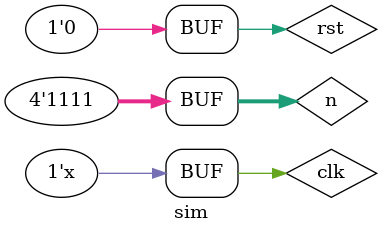
<source format=v>
`timescale 1ns / 1ps

module sim();
      reg [3:0] n=4'b1111; 
      wire[31:0] result;
      reg clk = 1'b0;
      reg rst = 1'b1;
      always #5
          clk = ~clk;
      initial
      begin
          #6 rst = 1'b0;
      end
      CPU myCPU(.clk(clk),.rst(rst),.n(n),.result(result));
      
endmodule

</source>
